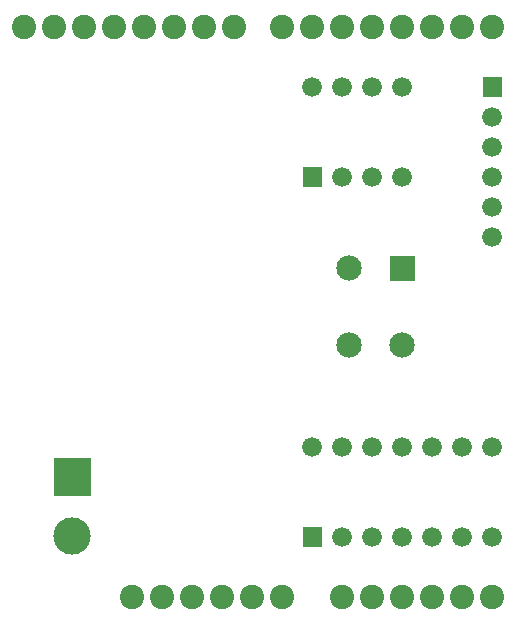
<source format=gbr>
G04 start of page 5 for group -4062 idx -4062 *
G04 Title: (unknown), soldermask *
G04 Creator: pcb 20091103 *
G04 CreationDate: Fri 18 Mar 2011 03:16:31 AM GMT UTC *
G04 For: jlamothe *
G04 Format: Gerber/RS-274X *
G04 PCB-Dimensions: 180000 210000 *
G04 PCB-Coordinate-Origin: lower left *
%MOIN*%
%FSLAX25Y25*%
%LNBACKMASK*%
%ADD11C,0.0200*%
%ADD25C,0.0810*%
%ADD26C,0.0660*%
%ADD27C,0.0847*%
%ADD28C,0.1241*%
G54D25*X165000Y10000D03*
X155000D03*
X145000D03*
X135000D03*
X125000D03*
G54D26*X135000Y150000D03*
Y180000D03*
X125000D03*
X115000D03*
G54D11*G36*
X101700Y153300D02*Y146700D01*
X108300D01*
Y153300D01*
X101700D01*
G37*
G54D26*X115000Y150000D03*
X125000D03*
G54D27*X117283Y93910D03*
Y119500D03*
G54D11*G36*
X130763Y123737D02*Y115263D01*
X139237D01*
Y123737D01*
X130763D01*
G37*
G54D27*X135000Y93910D03*
G54D26*X105000Y180000D03*
G54D25*X165000Y200000D03*
X155000D03*
X145000D03*
X135000D03*
X125000D03*
X115000D03*
X105000D03*
X95000D03*
X79000D03*
G54D11*G36*
X161700Y183300D02*Y176700D01*
X168300D01*
Y183300D01*
X161700D01*
G37*
G54D26*X165000Y170000D03*
Y160000D03*
Y150000D03*
Y140000D03*
Y130000D03*
G54D25*X69000Y200000D03*
X59000D03*
X49000D03*
X39000D03*
X29000D03*
X19000D03*
X9000D03*
X115000Y10000D03*
X95000D03*
X85000D03*
X65000D03*
X55000D03*
X45000D03*
G54D11*G36*
X18795Y56205D02*Y43795D01*
X31205D01*
Y56205D01*
X18795D01*
G37*
G54D28*X25000Y30315D03*
G54D25*X75000Y10000D03*
G54D11*G36*
X101700Y33300D02*Y26700D01*
X108300D01*
Y33300D01*
X101700D01*
G37*
G54D26*X115000Y30000D03*
X125000D03*
X135000D03*
Y60000D03*
X125000D03*
X115000D03*
X105000D03*
X145000Y30000D03*
X155000D03*
X165000D03*
Y60000D03*
X155000D03*
X145000D03*
M02*

</source>
